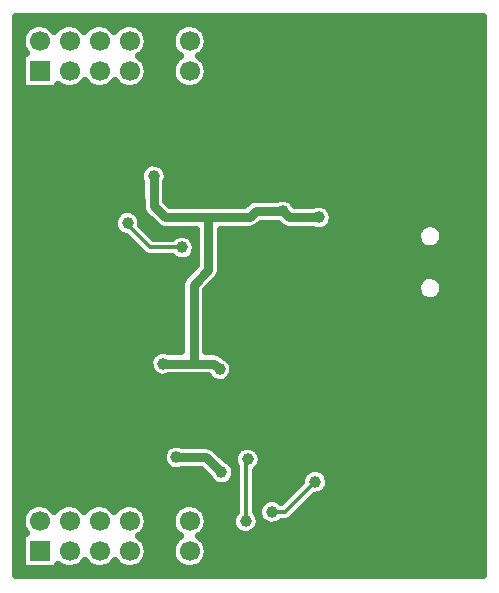
<source format=gbr>
G04 DipTrace 2.4.0.2*
%INbftdi_Bottom.gbr*%
%MOIN*%
%ADD13C,0.012*%
%ADD15C,0.03*%
%ADD17C,0.025*%
%ADD34R,0.0669X0.0669*%
%ADD35C,0.0669*%
%ADD37C,0.0394*%
%FSLAX44Y44*%
G04*
G70*
G90*
G75*
G01*
%LNBottom*%
%LPD*%
X14125Y7250D2*
D13*
X13125Y6250D1*
X12688D1*
X7875Y15876D2*
Y15813D1*
X8625Y15063D1*
X9687D1*
X11000Y7562D2*
D15*
X10500Y8062D1*
X9500D1*
X10937Y11000D2*
X10749Y11188D1*
X10073D1*
X9062D1*
X14250Y16063D2*
X13250D1*
X13046Y16268D1*
X12142D1*
X11938Y16063D1*
X10562D1*
X9125D1*
X8750Y16438D1*
Y17438D1*
X10073Y11188D2*
Y13824D1*
X10562Y14313D1*
Y16063D1*
X11813Y5937D2*
D13*
Y8000D1*
X11875D1*
D37*
X14125Y7250D3*
X12688Y6250D3*
X7875Y15876D3*
X9687Y15063D3*
X11000Y7562D3*
X9500Y8062D3*
X9062Y11188D3*
X10937Y11000D3*
X14250Y16063D3*
X13046Y16268D3*
X8750Y17438D3*
X11813Y5937D3*
X11875Y8000D3*
X12625Y15251D3*
X9375Y17438D3*
X15625Y9125D3*
Y10063D3*
Y10938D3*
X15438Y11875D3*
X14625Y12500D3*
Y13250D3*
X11688Y19814D3*
X13313Y9062D3*
X14063D3*
X12125Y12375D3*
Y11813D3*
X7000Y12313D3*
Y11188D3*
X8062Y13063D3*
X8750Y12750D3*
X10937Y13750D3*
X9500D3*
X11125Y15063D3*
X18313Y5625D3*
Y10063D3*
Y8000D3*
Y12313D3*
X13688Y16626D3*
X8500Y9437D3*
X6875D3*
X6499Y16876D3*
X4874D3*
X6499Y17938D3*
X4874D3*
X7875Y16626D3*
X11938Y17376D3*
X4166Y22485D2*
D17*
X4668D1*
X5207D2*
X5668D1*
X6207D2*
X6668D1*
X7207D2*
X7668D1*
X8207D2*
X9668D1*
X10207D2*
X19708D1*
X4166Y22236D2*
X4391D1*
X8480D2*
X9391D1*
X10480D2*
X19708D1*
X4166Y21987D2*
X4313D1*
X8558D2*
X9313D1*
X10558D2*
X19708D1*
X4166Y21739D2*
X4348D1*
X8527D2*
X9348D1*
X10527D2*
X19708D1*
X4166Y21490D2*
X4313D1*
X8363D2*
X9512D1*
X10363D2*
X19708D1*
X4166Y21241D2*
X4313D1*
X8480D2*
X9395D1*
X10480D2*
X19708D1*
X4166Y20992D2*
X4313D1*
X8558D2*
X9317D1*
X10558D2*
X19708D1*
X4166Y20744D2*
X4313D1*
X8531D2*
X9344D1*
X10531D2*
X19708D1*
X4166Y20495D2*
X4313D1*
X6367D2*
X6508D1*
X7367D2*
X7508D1*
X8367D2*
X9508D1*
X10367D2*
X19708D1*
X4166Y20246D2*
X19708D1*
X4166Y19998D2*
X19708D1*
X4166Y19749D2*
X19708D1*
X4166Y19500D2*
X19708D1*
X4166Y19252D2*
X19708D1*
X4166Y19003D2*
X19708D1*
X4166Y18754D2*
X19708D1*
X4166Y18506D2*
X19708D1*
X4166Y18257D2*
X19708D1*
X4166Y18008D2*
X19708D1*
X4166Y17760D2*
X8395D1*
X9105D2*
X19708D1*
X4166Y17511D2*
X8270D1*
X9230D2*
X19708D1*
X4166Y17262D2*
X8297D1*
X9203D2*
X19708D1*
X4166Y17013D2*
X8309D1*
X9191D2*
X19708D1*
X4166Y16765D2*
X8309D1*
X9191D2*
X19708D1*
X4166Y16516D2*
X8309D1*
X9285D2*
X11778D1*
X13461D2*
X14137D1*
X14362D2*
X19708D1*
X4166Y16267D2*
X7606D1*
X8144D2*
X8348D1*
X14691D2*
X19708D1*
X4166Y16019D2*
X7411D1*
X8340D2*
X8559D1*
X14734D2*
X19708D1*
X4166Y15770D2*
X7399D1*
X8402D2*
X8805D1*
X12258D2*
X12930D1*
X14633D2*
X17649D1*
X18273D2*
X19708D1*
X4166Y15521D2*
X7555D1*
X8652D2*
X9606D1*
X9768D2*
X10122D1*
X11004D2*
X17504D1*
X18418D2*
X19708D1*
X4166Y15273D2*
X7930D1*
X11004D2*
X17524D1*
X18398D2*
X19708D1*
X4166Y15024D2*
X8180D1*
X11004D2*
X17770D1*
X18152D2*
X19708D1*
X4166Y14775D2*
X8450D1*
X11004D2*
X19708D1*
X4166Y14527D2*
X10122D1*
X11004D2*
X19708D1*
X4166Y14278D2*
X9915D1*
X11000D2*
X19708D1*
X4166Y14029D2*
X9688D1*
X10890D2*
X17641D1*
X18281D2*
X19708D1*
X4166Y13781D2*
X9633D1*
X10640D2*
X17501D1*
X18422D2*
X19708D1*
X4166Y13532D2*
X9633D1*
X10511D2*
X17528D1*
X18394D2*
X19708D1*
X4166Y13283D2*
X9633D1*
X10511D2*
X17793D1*
X18129D2*
X19708D1*
X4166Y13034D2*
X9633D1*
X10511D2*
X19708D1*
X4166Y12786D2*
X9633D1*
X10511D2*
X19708D1*
X4166Y12537D2*
X9633D1*
X10511D2*
X19708D1*
X4166Y12288D2*
X9633D1*
X10511D2*
X19708D1*
X4166Y12040D2*
X9633D1*
X10511D2*
X19708D1*
X4166Y11791D2*
X9633D1*
X10511D2*
X19708D1*
X4166Y11542D2*
X8743D1*
X10988D2*
X19708D1*
X4166Y11294D2*
X8586D1*
X11320D2*
X19708D1*
X4166Y11045D2*
X8598D1*
X11422D2*
X19708D1*
X4166Y10796D2*
X8793D1*
X11379D2*
X19708D1*
X4166Y10548D2*
X10817D1*
X11054D2*
X19708D1*
X4166Y10299D2*
X19708D1*
X4166Y10050D2*
X19708D1*
X4166Y9802D2*
X19708D1*
X4166Y9553D2*
X19708D1*
X4166Y9304D2*
X19708D1*
X4166Y9055D2*
X19708D1*
X4166Y8807D2*
X19708D1*
X4166Y8558D2*
X19708D1*
X4166Y8309D2*
X9086D1*
X10863D2*
X11508D1*
X12242D2*
X19708D1*
X4166Y8061D2*
X9012D1*
X11113D2*
X11391D1*
X12359D2*
X19708D1*
X4166Y7812D2*
X9086D1*
X12320D2*
X19708D1*
X4166Y7563D2*
X10387D1*
X12164D2*
X13762D1*
X14488D2*
X19708D1*
X4166Y7315D2*
X10586D1*
X12164D2*
X13645D1*
X14609D2*
X19708D1*
X4166Y7066D2*
X11461D1*
X12164D2*
X13458D1*
X14574D2*
X19708D1*
X4166Y6817D2*
X11461D1*
X12164D2*
X13208D1*
X14312D2*
X19708D1*
X4166Y6569D2*
X11461D1*
X12164D2*
X12329D1*
X13929D2*
X19708D1*
X4166Y6320D2*
X4450D1*
X8422D2*
X9450D1*
X10422D2*
X11461D1*
X13679D2*
X19708D1*
X4166Y6071D2*
X4329D1*
X8547D2*
X9329D1*
X10547D2*
X11344D1*
X13429D2*
X19708D1*
X4166Y5823D2*
X4325D1*
X8551D2*
X9325D1*
X10551D2*
X11340D1*
X12285D2*
X12489D1*
X12886D2*
X19708D1*
X4166Y5574D2*
X4434D1*
X8437D2*
X9434D1*
X10437D2*
X11504D1*
X12121D2*
X19708D1*
X4166Y5325D2*
X4313D1*
X8418D2*
X9454D1*
X10418D2*
X19708D1*
X4166Y5076D2*
X4313D1*
X8547D2*
X9329D1*
X10547D2*
X19708D1*
X4166Y4828D2*
X4313D1*
X8551D2*
X9321D1*
X10551D2*
X19708D1*
X4166Y4579D2*
X4313D1*
X8441D2*
X9430D1*
X10441D2*
X19708D1*
X4166Y4330D2*
X19708D1*
X18385Y13578D2*
X18334Y13464D1*
X18253Y13369D1*
X18149Y13301D1*
X18030Y13264D1*
X17905Y13262D1*
X17785Y13295D1*
X17679Y13360D1*
X17595Y13453D1*
X17540Y13564D1*
X17519Y13687D1*
X17532Y13811D1*
X17580Y13926D1*
X17658Y14023D1*
X17760Y14095D1*
X17878Y14135D1*
X18002Y14141D1*
X18123Y14112D1*
X18232Y14050D1*
X18318Y13961D1*
X18377Y13851D1*
X18403Y13701D1*
X18385Y13578D1*
Y15310D2*
X18334Y15196D1*
X18253Y15102D1*
X18149Y15033D1*
X18030Y14997D1*
X17905Y14995D1*
X17785Y15028D1*
X17679Y15093D1*
X17595Y15185D1*
X17540Y15297D1*
X17519Y15419D1*
X17532Y15543D1*
X17580Y15658D1*
X17658Y15756D1*
X17760Y15827D1*
X17878Y15868D1*
X18002Y15873D1*
X18123Y15844D1*
X18232Y15783D1*
X18318Y15693D1*
X18377Y15583D1*
X18403Y15433D1*
X18385Y15310D1*
X4462Y21537D2*
X4490D1*
X4392Y21686D1*
X4352Y21805D1*
X4338Y21928D1*
X4349Y22053D1*
X4385Y22172D1*
X4446Y22281D1*
X4528Y22375D1*
X4627Y22450D1*
X4740Y22503D1*
X4862Y22532D1*
X4987Y22535D1*
X5109Y22511D1*
X5224Y22463D1*
X5327Y22392D1*
X5413Y22302D1*
X5435Y22265D1*
X5528Y22375D1*
X5627Y22450D1*
X5740Y22503D1*
X5862Y22532D1*
X5987Y22535D1*
X6109Y22511D1*
X6224Y22463D1*
X6327Y22392D1*
X6413Y22302D1*
X6435Y22265D1*
X6528Y22375D1*
X6627Y22450D1*
X6740Y22503D1*
X6862Y22532D1*
X6987Y22535D1*
X7109Y22511D1*
X7224Y22463D1*
X7327Y22392D1*
X7413Y22302D1*
X7435Y22265D1*
X7528Y22375D1*
X7627Y22450D1*
X7740Y22503D1*
X7862Y22532D1*
X7987Y22535D1*
X8109Y22511D1*
X8224Y22463D1*
X8327Y22392D1*
X8413Y22302D1*
X8478Y22195D1*
X8520Y22078D1*
X8537Y21937D1*
X8524Y21813D1*
X8485Y21694D1*
X8423Y21586D1*
X8340Y21493D1*
X8268Y21440D1*
X8327Y21392D1*
X8413Y21302D1*
X8478Y21195D1*
X8520Y21078D1*
X8537Y20937D1*
X8524Y20813D1*
X8485Y20694D1*
X8423Y20586D1*
X8340Y20493D1*
X8239Y20419D1*
X8126Y20368D1*
X8004Y20341D1*
X7879Y20340D1*
X7757Y20365D1*
X7642Y20415D1*
X7541Y20487D1*
X7438Y20609D1*
X7340Y20493D1*
X7239Y20419D1*
X7126Y20368D1*
X7004Y20341D1*
X6879Y20340D1*
X6757Y20365D1*
X6642Y20415D1*
X6541Y20487D1*
X6438Y20609D1*
X6340Y20493D1*
X6239Y20419D1*
X6126Y20368D1*
X6004Y20341D1*
X5879Y20340D1*
X5757Y20365D1*
X5642Y20415D1*
X5538Y20490D1*
X5537Y20337D1*
X4337D1*
Y21537D1*
X4462D1*
X10524Y20813D2*
X10485Y20694D1*
X10423Y20586D1*
X10340Y20493D1*
X10239Y20419D1*
X10126Y20368D1*
X10004Y20341D1*
X9879Y20340D1*
X9757Y20365D1*
X9642Y20415D1*
X9541Y20487D1*
X9456Y20579D1*
X9392Y20686D1*
X9352Y20805D1*
X9338Y20928D1*
X9349Y21053D1*
X9385Y21172D1*
X9446Y21281D1*
X9528Y21375D1*
X9606Y21434D1*
X9541Y21487D1*
X9456Y21579D1*
X9392Y21686D1*
X9352Y21805D1*
X9338Y21928D1*
X9349Y22053D1*
X9385Y22172D1*
X9446Y22281D1*
X9528Y22375D1*
X9627Y22450D1*
X9740Y22503D1*
X9862Y22532D1*
X9987Y22535D1*
X10109Y22511D1*
X10224Y22463D1*
X10327Y22392D1*
X10413Y22302D1*
X10478Y22195D1*
X10520Y22078D1*
X10537Y21937D1*
X10524Y21813D1*
X10485Y21694D1*
X10423Y21586D1*
X10340Y21493D1*
X10268Y21440D1*
X10327Y21392D1*
X10413Y21302D1*
X10478Y21195D1*
X10520Y21078D1*
X10537Y20937D1*
X10524Y20813D1*
X4462Y5537D2*
X4490D1*
X4392Y5686D1*
X4352Y5805D1*
X4338Y5928D1*
X4349Y6053D1*
X4385Y6172D1*
X4446Y6281D1*
X4528Y6375D1*
X4627Y6450D1*
X4740Y6503D1*
X4862Y6532D1*
X4987Y6535D1*
X5109Y6511D1*
X5224Y6463D1*
X5327Y6392D1*
X5413Y6302D1*
X5435Y6265D1*
X5528Y6375D1*
X5627Y6450D1*
X5740Y6503D1*
X5862Y6532D1*
X5987Y6535D1*
X6109Y6511D1*
X6224Y6463D1*
X6327Y6392D1*
X6413Y6302D1*
X6435Y6265D1*
X6528Y6375D1*
X6627Y6450D1*
X6740Y6503D1*
X6862Y6532D1*
X6987Y6535D1*
X7109Y6511D1*
X7224Y6463D1*
X7327Y6392D1*
X7413Y6302D1*
X7435Y6265D1*
X7528Y6375D1*
X7627Y6450D1*
X7740Y6503D1*
X7862Y6532D1*
X7987Y6535D1*
X8109Y6511D1*
X8224Y6463D1*
X8327Y6392D1*
X8413Y6302D1*
X8478Y6195D1*
X8520Y6078D1*
X8537Y5937D1*
X8524Y5813D1*
X8485Y5694D1*
X8423Y5586D1*
X8340Y5493D1*
X8268Y5440D1*
X8327Y5392D1*
X8413Y5302D1*
X8478Y5195D1*
X8520Y5078D1*
X8537Y4937D1*
X8524Y4813D1*
X8485Y4694D1*
X8423Y4586D1*
X8340Y4493D1*
X8239Y4419D1*
X8126Y4368D1*
X8004Y4341D1*
X7879Y4340D1*
X7757Y4365D1*
X7642Y4415D1*
X7541Y4487D1*
X7438Y4609D1*
X7340Y4493D1*
X7239Y4419D1*
X7126Y4368D1*
X7004Y4341D1*
X6879Y4340D1*
X6757Y4365D1*
X6642Y4415D1*
X6541Y4487D1*
X6438Y4609D1*
X6340Y4493D1*
X6239Y4419D1*
X6126Y4368D1*
X6004Y4341D1*
X5879Y4340D1*
X5757Y4365D1*
X5642Y4415D1*
X5538Y4490D1*
X5537Y4337D1*
X4337D1*
Y5537D1*
X4462D1*
X10524Y4813D2*
X10485Y4694D1*
X10423Y4586D1*
X10340Y4493D1*
X10239Y4419D1*
X10126Y4368D1*
X10004Y4341D1*
X9879Y4340D1*
X9757Y4365D1*
X9642Y4415D1*
X9541Y4487D1*
X9456Y4579D1*
X9392Y4686D1*
X9352Y4805D1*
X9338Y4928D1*
X9349Y5053D1*
X9385Y5172D1*
X9446Y5281D1*
X9528Y5375D1*
X9606Y5434D1*
X9541Y5487D1*
X9456Y5579D1*
X9392Y5686D1*
X9352Y5805D1*
X9338Y5928D1*
X9349Y6053D1*
X9385Y6172D1*
X9446Y6281D1*
X9528Y6375D1*
X9627Y6450D1*
X9740Y6503D1*
X9862Y6532D1*
X9987Y6535D1*
X10109Y6511D1*
X10224Y6463D1*
X10327Y6392D1*
X10413Y6302D1*
X10478Y6195D1*
X10520Y6078D1*
X10537Y5937D1*
X10524Y5813D1*
X10485Y5694D1*
X10423Y5586D1*
X10340Y5493D1*
X10268Y5440D1*
X10327Y5392D1*
X10413Y5302D1*
X10478Y5195D1*
X10520Y5078D1*
X10537Y4937D1*
X10524Y4813D1*
X14126Y6791D2*
X13355Y6020D1*
X13252Y5950D1*
X13125Y5925D1*
X13012D1*
X12904Y5842D1*
X12787Y5799D1*
X12663Y5789D1*
X12541Y5812D1*
X12429Y5867D1*
X12336Y5950D1*
X12269Y6055D1*
X12232Y6174D1*
X12228Y6299D1*
X12258Y6420D1*
X12319Y6528D1*
X12407Y6617D1*
X12516Y6678D1*
X12637Y6709D1*
X12761Y6706D1*
X12880Y6669D1*
X12999Y6588D1*
X13514Y7098D1*
X13666Y7250D1*
Y7299D1*
X13696Y7420D1*
X13757Y7529D1*
X13845Y7617D1*
X13953Y7678D1*
X14074Y7709D1*
X14199Y7706D1*
X14318Y7669D1*
X14423Y7602D1*
X14507Y7510D1*
X14562Y7398D1*
X14587Y7250D1*
X14570Y7126D1*
X14521Y7012D1*
X14443Y6915D1*
X14342Y6842D1*
X14225Y6799D1*
X14128Y6791D1*
X8334Y15814D2*
X8759Y15388D1*
X9363D1*
X9407Y15430D1*
X9515Y15492D1*
X9636Y15522D1*
X9761Y15519D1*
X9880Y15483D1*
X9985Y15416D1*
X10069Y15323D1*
X10124Y15212D1*
X10148Y15093D1*
X10147Y15645D1*
X9187Y15648D1*
X9125D1*
X9002Y15667D1*
X8872Y15734D1*
X8456Y16145D1*
X8382Y16245D1*
X8338Y16385D1*
X8335Y16938D1*
X8331Y17244D1*
X8294Y17363D1*
X8291Y17488D1*
X8320Y17609D1*
X8382Y17717D1*
X8470Y17805D1*
X8578Y17867D1*
X8699Y17897D1*
X8823Y17894D1*
X8943Y17858D1*
X9048Y17791D1*
X9131Y17699D1*
X9187Y17587D1*
X9211Y17438D1*
X9195Y17315D1*
X9165Y17247D1*
Y16606D1*
X9294Y16480D1*
X10687Y16478D1*
X11769D1*
X11849Y16561D1*
X11949Y16635D1*
X12089Y16679D1*
X12642Y16683D1*
X12841D1*
X12995Y16727D1*
X13119Y16724D1*
X13238Y16687D1*
X13344Y16620D1*
X13427Y16528D1*
X13453Y16476D1*
X14051Y16478D1*
X14199Y16522D1*
X14324Y16519D1*
X14443Y16483D1*
X14548Y16416D1*
X14632Y16323D1*
X14687Y16212D1*
X14712Y16063D1*
X14695Y15940D1*
X14646Y15825D1*
X14568Y15728D1*
X14467Y15655D1*
X14350Y15612D1*
X14226Y15602D1*
X14103Y15625D1*
X14058Y15648D1*
X13250D1*
X13127Y15667D1*
X12997Y15734D1*
X12893Y15833D1*
X12796Y15853D1*
X12315D1*
X12231Y15770D1*
X12131Y15696D1*
X11991Y15652D1*
X11438Y15648D1*
X10981D1*
X10977Y14688D1*
Y14313D1*
X10959Y14190D1*
X10891Y14060D1*
X10488Y13652D1*
Y11601D1*
X10749Y11603D1*
X10872Y11584D1*
X11003Y11516D1*
X11090Y11434D1*
X11130Y11419D1*
X11235Y11352D1*
X11319Y11260D1*
X11375Y11148D1*
X11399Y11000D1*
X11382Y10876D1*
X11333Y10762D1*
X11255Y10664D1*
X11154Y10592D1*
X11037Y10549D1*
X10913Y10538D1*
X10790Y10562D1*
X10679Y10617D1*
X10586Y10700D1*
X10538Y10776D1*
X10073Y10773D1*
X9265D1*
X9162Y10737D1*
X9038Y10727D1*
X8915Y10750D1*
X8803Y10805D1*
X8711Y10888D1*
X8643Y10993D1*
X8607Y11112D1*
X8603Y11237D1*
X8633Y11358D1*
X8694Y11466D1*
X8782Y11555D1*
X8890Y11616D1*
X9011Y11647D1*
X9136Y11644D1*
X9265Y11601D1*
X9660Y11603D1*
X9658Y13824D1*
X9677Y13947D1*
X9744Y14077D1*
X10147Y14485D1*
Y15028D1*
X10132Y14940D1*
X10083Y14825D1*
X10005Y14728D1*
X9904Y14655D1*
X9787Y14612D1*
X9663Y14602D1*
X9540Y14625D1*
X9429Y14681D1*
X9362Y14740D1*
X8625Y14738D1*
X8503Y14762D1*
X8395Y14833D1*
X7812Y15416D1*
X7728Y15438D1*
X7616Y15493D1*
X7523Y15576D1*
X7456Y15681D1*
X7419Y15800D1*
X7415Y15925D1*
X7445Y16046D1*
X7506Y16154D1*
X7594Y16243D1*
X7703Y16304D1*
X7824Y16335D1*
X7948Y16332D1*
X8067Y16295D1*
X8173Y16228D1*
X8256Y16136D1*
X8312Y16024D1*
X8336Y15876D1*
X8328Y15818D1*
X10566Y7410D2*
X10328Y7647D1*
X9699D1*
X9599Y7611D1*
X9475Y7601D1*
X9353Y7625D1*
X9241Y7680D1*
X9148Y7763D1*
X9081Y7868D1*
X9044Y7987D1*
X9041Y8112D1*
X9071Y8233D1*
X9132Y8341D1*
X9220Y8429D1*
X9328Y8491D1*
X9449Y8521D1*
X9573Y8518D1*
X9702Y8476D1*
X10500Y8477D1*
X10623Y8459D1*
X10753Y8391D1*
X11150Y7999D1*
X11298Y7915D1*
X11381Y7822D1*
X11437Y7711D1*
X11462Y7562D1*
X11445Y7439D1*
X11396Y7324D1*
X11318Y7227D1*
X11216Y7154D1*
X11099Y7111D1*
X10975Y7101D1*
X10853Y7125D1*
X10741Y7180D1*
X10648Y7263D1*
X10581Y7368D1*
X10568Y7409D1*
X11488Y6261D2*
Y7746D1*
X11456Y7805D1*
X11419Y7924D1*
X11416Y8049D1*
X11446Y8170D1*
X11507Y8279D1*
X11595Y8367D1*
X11703Y8428D1*
X11824Y8459D1*
X11949Y8456D1*
X12068Y8419D1*
X12173Y8353D1*
X12257Y8260D1*
X12312Y8149D1*
X12337Y8000D1*
X12320Y7876D1*
X12271Y7762D1*
X12193Y7665D1*
X12139Y7626D1*
X12137Y6262D1*
X12194Y6197D1*
X12250Y6086D1*
X12274Y5937D1*
X12257Y5814D1*
X12208Y5699D1*
X12130Y5602D1*
X12029Y5529D1*
X11912Y5486D1*
X11788Y5476D1*
X11665Y5499D1*
X11554Y5555D1*
X11461Y5638D1*
X11394Y5743D1*
X11357Y5862D1*
X11353Y5986D1*
X11383Y6107D1*
X11444Y6216D1*
X11486Y6257D1*
X4141Y22608D2*
Y4141D1*
X19733D1*
Y22733D1*
X4141D1*
Y22608D1*
D34*
X4937Y20937D3*
D35*
Y21937D3*
X5937Y20937D3*
Y21937D3*
X6937Y20937D3*
Y21937D3*
X7937Y20937D3*
Y21937D3*
X8937Y20937D3*
Y21937D3*
X9937Y20937D3*
Y21937D3*
D34*
X4937Y4937D3*
D35*
Y5937D3*
X5937Y4937D3*
Y5937D3*
X6937Y4937D3*
Y5937D3*
X7937Y4937D3*
Y5937D3*
X8937Y4937D3*
Y5937D3*
X9937Y4937D3*
Y5937D3*
M02*

</source>
